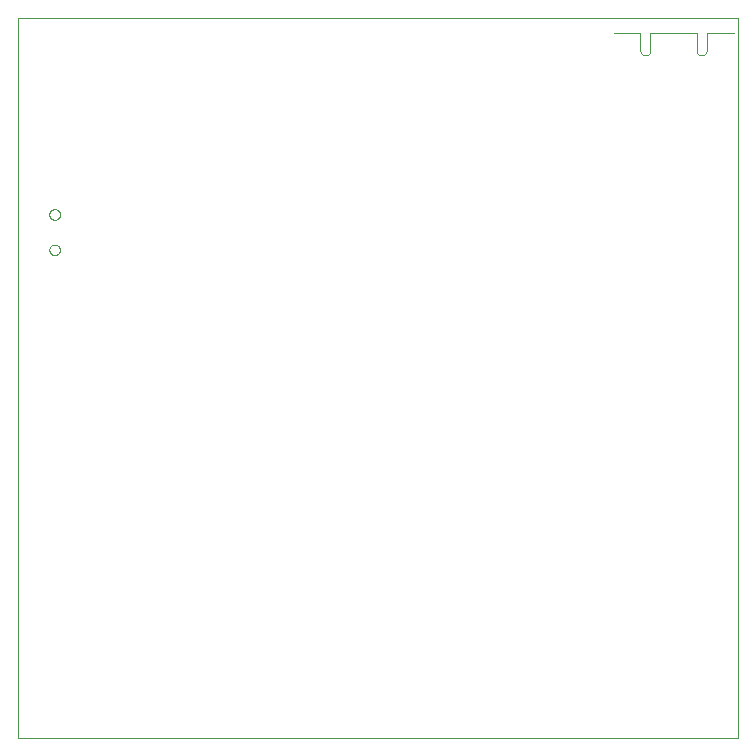
<source format=gko>
G75*
%MOIN*%
%OFA0B0*%
%FSLAX25Y25*%
%IPPOS*%
%LPD*%
%AMOC8*
5,1,8,0,0,1.08239X$1,22.5*
%
%ADD10C,0.00000*%
D10*
X0050500Y0036500D02*
X0050500Y0276500D01*
X0290500Y0276500D01*
X0290500Y0036500D01*
X0050500Y0036500D01*
X0060928Y0199194D02*
X0060930Y0199278D01*
X0060936Y0199361D01*
X0060946Y0199444D01*
X0060960Y0199527D01*
X0060977Y0199609D01*
X0060999Y0199690D01*
X0061024Y0199769D01*
X0061053Y0199848D01*
X0061086Y0199925D01*
X0061122Y0200000D01*
X0061162Y0200074D01*
X0061205Y0200146D01*
X0061252Y0200215D01*
X0061302Y0200282D01*
X0061355Y0200347D01*
X0061411Y0200409D01*
X0061469Y0200469D01*
X0061531Y0200526D01*
X0061595Y0200579D01*
X0061662Y0200630D01*
X0061731Y0200677D01*
X0061802Y0200722D01*
X0061875Y0200762D01*
X0061950Y0200799D01*
X0062027Y0200833D01*
X0062105Y0200863D01*
X0062184Y0200889D01*
X0062265Y0200912D01*
X0062347Y0200930D01*
X0062429Y0200945D01*
X0062512Y0200956D01*
X0062595Y0200963D01*
X0062679Y0200966D01*
X0062763Y0200965D01*
X0062846Y0200960D01*
X0062930Y0200951D01*
X0063012Y0200938D01*
X0063094Y0200922D01*
X0063175Y0200901D01*
X0063256Y0200877D01*
X0063334Y0200849D01*
X0063412Y0200817D01*
X0063488Y0200781D01*
X0063562Y0200742D01*
X0063634Y0200700D01*
X0063704Y0200654D01*
X0063772Y0200605D01*
X0063837Y0200553D01*
X0063900Y0200498D01*
X0063960Y0200440D01*
X0064018Y0200379D01*
X0064072Y0200315D01*
X0064124Y0200249D01*
X0064172Y0200181D01*
X0064217Y0200110D01*
X0064258Y0200037D01*
X0064297Y0199963D01*
X0064331Y0199887D01*
X0064362Y0199809D01*
X0064389Y0199730D01*
X0064413Y0199649D01*
X0064432Y0199568D01*
X0064448Y0199486D01*
X0064460Y0199403D01*
X0064468Y0199319D01*
X0064472Y0199236D01*
X0064472Y0199152D01*
X0064468Y0199069D01*
X0064460Y0198985D01*
X0064448Y0198902D01*
X0064432Y0198820D01*
X0064413Y0198739D01*
X0064389Y0198658D01*
X0064362Y0198579D01*
X0064331Y0198501D01*
X0064297Y0198425D01*
X0064258Y0198351D01*
X0064217Y0198278D01*
X0064172Y0198207D01*
X0064124Y0198139D01*
X0064072Y0198073D01*
X0064018Y0198009D01*
X0063960Y0197948D01*
X0063900Y0197890D01*
X0063837Y0197835D01*
X0063772Y0197783D01*
X0063704Y0197734D01*
X0063634Y0197688D01*
X0063562Y0197646D01*
X0063488Y0197607D01*
X0063412Y0197571D01*
X0063334Y0197539D01*
X0063256Y0197511D01*
X0063175Y0197487D01*
X0063094Y0197466D01*
X0063012Y0197450D01*
X0062930Y0197437D01*
X0062846Y0197428D01*
X0062763Y0197423D01*
X0062679Y0197422D01*
X0062595Y0197425D01*
X0062512Y0197432D01*
X0062429Y0197443D01*
X0062347Y0197458D01*
X0062265Y0197476D01*
X0062184Y0197499D01*
X0062105Y0197525D01*
X0062027Y0197555D01*
X0061950Y0197589D01*
X0061875Y0197626D01*
X0061802Y0197666D01*
X0061731Y0197711D01*
X0061662Y0197758D01*
X0061595Y0197809D01*
X0061531Y0197862D01*
X0061469Y0197919D01*
X0061411Y0197979D01*
X0061355Y0198041D01*
X0061302Y0198106D01*
X0061252Y0198173D01*
X0061205Y0198242D01*
X0061162Y0198314D01*
X0061122Y0198388D01*
X0061086Y0198463D01*
X0061053Y0198540D01*
X0061024Y0198619D01*
X0060999Y0198698D01*
X0060977Y0198779D01*
X0060960Y0198861D01*
X0060946Y0198944D01*
X0060936Y0199027D01*
X0060930Y0199110D01*
X0060928Y0199194D01*
X0060928Y0211006D02*
X0060930Y0211090D01*
X0060936Y0211173D01*
X0060946Y0211256D01*
X0060960Y0211339D01*
X0060977Y0211421D01*
X0060999Y0211502D01*
X0061024Y0211581D01*
X0061053Y0211660D01*
X0061086Y0211737D01*
X0061122Y0211812D01*
X0061162Y0211886D01*
X0061205Y0211958D01*
X0061252Y0212027D01*
X0061302Y0212094D01*
X0061355Y0212159D01*
X0061411Y0212221D01*
X0061469Y0212281D01*
X0061531Y0212338D01*
X0061595Y0212391D01*
X0061662Y0212442D01*
X0061731Y0212489D01*
X0061802Y0212534D01*
X0061875Y0212574D01*
X0061950Y0212611D01*
X0062027Y0212645D01*
X0062105Y0212675D01*
X0062184Y0212701D01*
X0062265Y0212724D01*
X0062347Y0212742D01*
X0062429Y0212757D01*
X0062512Y0212768D01*
X0062595Y0212775D01*
X0062679Y0212778D01*
X0062763Y0212777D01*
X0062846Y0212772D01*
X0062930Y0212763D01*
X0063012Y0212750D01*
X0063094Y0212734D01*
X0063175Y0212713D01*
X0063256Y0212689D01*
X0063334Y0212661D01*
X0063412Y0212629D01*
X0063488Y0212593D01*
X0063562Y0212554D01*
X0063634Y0212512D01*
X0063704Y0212466D01*
X0063772Y0212417D01*
X0063837Y0212365D01*
X0063900Y0212310D01*
X0063960Y0212252D01*
X0064018Y0212191D01*
X0064072Y0212127D01*
X0064124Y0212061D01*
X0064172Y0211993D01*
X0064217Y0211922D01*
X0064258Y0211849D01*
X0064297Y0211775D01*
X0064331Y0211699D01*
X0064362Y0211621D01*
X0064389Y0211542D01*
X0064413Y0211461D01*
X0064432Y0211380D01*
X0064448Y0211298D01*
X0064460Y0211215D01*
X0064468Y0211131D01*
X0064472Y0211048D01*
X0064472Y0210964D01*
X0064468Y0210881D01*
X0064460Y0210797D01*
X0064448Y0210714D01*
X0064432Y0210632D01*
X0064413Y0210551D01*
X0064389Y0210470D01*
X0064362Y0210391D01*
X0064331Y0210313D01*
X0064297Y0210237D01*
X0064258Y0210163D01*
X0064217Y0210090D01*
X0064172Y0210019D01*
X0064124Y0209951D01*
X0064072Y0209885D01*
X0064018Y0209821D01*
X0063960Y0209760D01*
X0063900Y0209702D01*
X0063837Y0209647D01*
X0063772Y0209595D01*
X0063704Y0209546D01*
X0063634Y0209500D01*
X0063562Y0209458D01*
X0063488Y0209419D01*
X0063412Y0209383D01*
X0063334Y0209351D01*
X0063256Y0209323D01*
X0063175Y0209299D01*
X0063094Y0209278D01*
X0063012Y0209262D01*
X0062930Y0209249D01*
X0062846Y0209240D01*
X0062763Y0209235D01*
X0062679Y0209234D01*
X0062595Y0209237D01*
X0062512Y0209244D01*
X0062429Y0209255D01*
X0062347Y0209270D01*
X0062265Y0209288D01*
X0062184Y0209311D01*
X0062105Y0209337D01*
X0062027Y0209367D01*
X0061950Y0209401D01*
X0061875Y0209438D01*
X0061802Y0209478D01*
X0061731Y0209523D01*
X0061662Y0209570D01*
X0061595Y0209621D01*
X0061531Y0209674D01*
X0061469Y0209731D01*
X0061411Y0209791D01*
X0061355Y0209853D01*
X0061302Y0209918D01*
X0061252Y0209985D01*
X0061205Y0210054D01*
X0061162Y0210126D01*
X0061122Y0210200D01*
X0061086Y0210275D01*
X0061053Y0210352D01*
X0061024Y0210431D01*
X0060999Y0210510D01*
X0060977Y0210591D01*
X0060960Y0210673D01*
X0060946Y0210756D01*
X0060936Y0210839D01*
X0060930Y0210922D01*
X0060928Y0211006D01*
X0249000Y0271500D02*
X0257976Y0271500D01*
X0257976Y0265598D01*
X0257978Y0265522D01*
X0257984Y0265446D01*
X0257993Y0265371D01*
X0258007Y0265296D01*
X0258024Y0265222D01*
X0258045Y0265149D01*
X0258069Y0265077D01*
X0258098Y0265006D01*
X0258129Y0264937D01*
X0258164Y0264870D01*
X0258203Y0264805D01*
X0258245Y0264741D01*
X0258290Y0264680D01*
X0258338Y0264621D01*
X0258389Y0264565D01*
X0258443Y0264511D01*
X0258499Y0264460D01*
X0258558Y0264412D01*
X0258619Y0264367D01*
X0258683Y0264325D01*
X0258748Y0264286D01*
X0258815Y0264251D01*
X0258884Y0264220D01*
X0258955Y0264191D01*
X0259027Y0264167D01*
X0259100Y0264146D01*
X0259174Y0264129D01*
X0259249Y0264115D01*
X0259324Y0264106D01*
X0259400Y0264100D01*
X0259476Y0264098D01*
X0259823Y0264098D01*
X0259899Y0264100D01*
X0259975Y0264106D01*
X0260050Y0264115D01*
X0260125Y0264129D01*
X0260199Y0264146D01*
X0260272Y0264167D01*
X0260344Y0264191D01*
X0260415Y0264220D01*
X0260484Y0264251D01*
X0260551Y0264286D01*
X0260616Y0264325D01*
X0260680Y0264367D01*
X0260741Y0264412D01*
X0260800Y0264460D01*
X0260856Y0264511D01*
X0260910Y0264565D01*
X0260961Y0264621D01*
X0261009Y0264680D01*
X0261054Y0264741D01*
X0261096Y0264805D01*
X0261135Y0264870D01*
X0261170Y0264937D01*
X0261201Y0265006D01*
X0261230Y0265077D01*
X0261254Y0265149D01*
X0261275Y0265222D01*
X0261292Y0265296D01*
X0261306Y0265371D01*
X0261315Y0265446D01*
X0261321Y0265522D01*
X0261323Y0265598D01*
X0261323Y0271500D01*
X0276677Y0271500D01*
X0276677Y0265598D01*
X0276679Y0265522D01*
X0276685Y0265446D01*
X0276694Y0265371D01*
X0276708Y0265296D01*
X0276725Y0265222D01*
X0276746Y0265149D01*
X0276770Y0265077D01*
X0276799Y0265006D01*
X0276830Y0264937D01*
X0276865Y0264870D01*
X0276904Y0264805D01*
X0276946Y0264741D01*
X0276991Y0264680D01*
X0277039Y0264621D01*
X0277090Y0264565D01*
X0277144Y0264511D01*
X0277200Y0264460D01*
X0277259Y0264412D01*
X0277320Y0264367D01*
X0277384Y0264325D01*
X0277449Y0264286D01*
X0277516Y0264251D01*
X0277585Y0264220D01*
X0277656Y0264191D01*
X0277728Y0264167D01*
X0277801Y0264146D01*
X0277875Y0264129D01*
X0277950Y0264115D01*
X0278025Y0264106D01*
X0278101Y0264100D01*
X0278177Y0264098D01*
X0278524Y0264098D01*
X0278600Y0264100D01*
X0278676Y0264106D01*
X0278751Y0264115D01*
X0278826Y0264129D01*
X0278900Y0264146D01*
X0278973Y0264167D01*
X0279045Y0264191D01*
X0279116Y0264220D01*
X0279185Y0264251D01*
X0279252Y0264286D01*
X0279317Y0264325D01*
X0279381Y0264367D01*
X0279442Y0264412D01*
X0279501Y0264460D01*
X0279557Y0264511D01*
X0279611Y0264565D01*
X0279662Y0264621D01*
X0279710Y0264680D01*
X0279755Y0264741D01*
X0279797Y0264805D01*
X0279836Y0264870D01*
X0279871Y0264937D01*
X0279902Y0265006D01*
X0279931Y0265077D01*
X0279955Y0265149D01*
X0279976Y0265222D01*
X0279993Y0265296D01*
X0280007Y0265371D01*
X0280016Y0265446D01*
X0280022Y0265522D01*
X0280024Y0265598D01*
X0280024Y0271500D01*
X0289000Y0271500D01*
M02*

</source>
